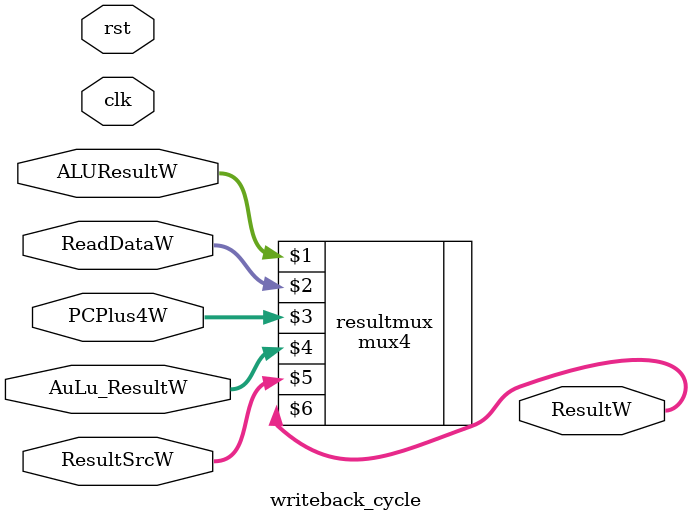
<source format=v>
module writeback_cycle (
   input clk,rst,
    input [1:0] ResultSrcW,
    input [31:0] ReadDataW,ALUResultW,PCPlus4W,
    output [31:0] ResultW,
    input [31:0] AuLu_ResultW
);
mux4 resultmux(ALUResultW,ReadDataW,PCPlus4W,AuLu_ResultW,ResultSrcW,ResultW);
endmodule
</source>
